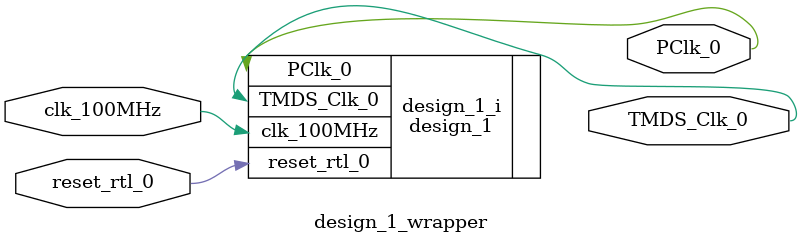
<source format=v>
`timescale 1 ps / 1 ps

module design_1_wrapper
   (PClk_0,
    TMDS_Clk_0,
    clk_100MHz,
    reset_rtl_0);
  output PClk_0;
  output TMDS_Clk_0;
  input clk_100MHz;
  input reset_rtl_0;

  wire PClk_0;
  wire TMDS_Clk_0;
  wire clk_100MHz;
  wire reset_rtl_0;

  design_1 design_1_i
       (.PClk_0(PClk_0),
        .TMDS_Clk_0(TMDS_Clk_0),
        .clk_100MHz(clk_100MHz),
        .reset_rtl_0(reset_rtl_0));
endmodule

</source>
